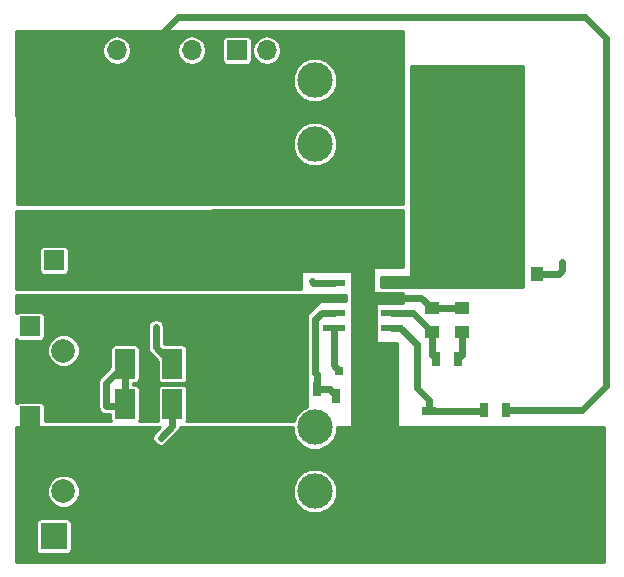
<source format=gbr>
G04 #@! TF.FileFunction,Copper,L1,Top,Signal*
%FSLAX46Y46*%
G04 Gerber Fmt 4.6, Leading zero omitted, Abs format (unit mm)*
G04 Created by KiCad (PCBNEW 4.0.7) date 01/05/18 16:25:35*
%MOMM*%
%LPD*%
G01*
G04 APERTURE LIST*
%ADD10C,0.100000*%
%ADD11C,0.508000*%
%ADD12R,1.000000X1.250000*%
%ADD13R,2.500000X1.000000*%
%ADD14R,1.250000X1.000000*%
%ADD15R,0.800000X0.750000*%
%ADD16R,1.700000X1.700000*%
%ADD17O,1.700000X1.700000*%
%ADD18R,0.700000X1.300000*%
%ADD19R,1.300000X0.700000*%
%ADD20R,1.981200X0.558800*%
%ADD21R,2.705100X8.001000*%
%ADD22R,2.235200X2.235200*%
%ADD23C,2.000000*%
%ADD24C,3.000000*%
%ADD25R,1.700000X2.500000*%
%ADD26R,1.340000X1.800000*%
%ADD27C,0.381000*%
%ADD28C,0.609600*%
%ADD29C,0.254000*%
G04 APERTURE END LIST*
D10*
D11*
X72900000Y-86100000D03*
X72900000Y-81000000D03*
X95758000Y-77216000D03*
X94742000Y-78486000D03*
X96774000Y-78486000D03*
X96774000Y-75946000D03*
X94742000Y-75946000D03*
X94742000Y-67056000D03*
X93726000Y-67056000D03*
X96774000Y-73406000D03*
X95758000Y-73406000D03*
X94742000Y-73406000D03*
X94742000Y-72136000D03*
X94742000Y-70866000D03*
X94742000Y-69596000D03*
X93726000Y-73406000D03*
X93726000Y-72136000D03*
X93726000Y-70866000D03*
X93726000Y-69596000D03*
X94742000Y-68326000D03*
X93726000Y-68326000D03*
X113538000Y-91186000D03*
X110998000Y-91186000D03*
X108458000Y-91186000D03*
X105918000Y-91186000D03*
X103378000Y-91186000D03*
X100838000Y-91186000D03*
X98298000Y-91186000D03*
X95758000Y-91186000D03*
X93218000Y-91186000D03*
X90678000Y-91186000D03*
X88138000Y-91186000D03*
X85598000Y-91186000D03*
X83058000Y-91186000D03*
X80518000Y-91186000D03*
X77978000Y-91186000D03*
X75438000Y-91186000D03*
X72898000Y-91186000D03*
X70358000Y-91186000D03*
X67818000Y-91186000D03*
X65278000Y-91186000D03*
X113538000Y-88646000D03*
X110998000Y-88646000D03*
X108458000Y-88646000D03*
X105918000Y-88646000D03*
X103378000Y-88646000D03*
X100838000Y-88646000D03*
X98298000Y-88646000D03*
X95758000Y-88646000D03*
X93218000Y-88646000D03*
X90678000Y-88646000D03*
X88138000Y-88646000D03*
X85598000Y-88646000D03*
X83058000Y-88646000D03*
X80518000Y-88646000D03*
X77978000Y-88646000D03*
X75438000Y-88646000D03*
X72898000Y-88646000D03*
X70358000Y-88646000D03*
X65278000Y-88646000D03*
X113538000Y-86106000D03*
X110998000Y-86106000D03*
X108458000Y-86106000D03*
X105918000Y-86106000D03*
X103378000Y-86106000D03*
X100838000Y-86106000D03*
X98298000Y-86106000D03*
X95758000Y-86106000D03*
X93218000Y-86106000D03*
X85598000Y-86106000D03*
X83058000Y-86106000D03*
X80518000Y-86106000D03*
X77978000Y-86106000D03*
X75438000Y-86106000D03*
X65278000Y-86106000D03*
X113538000Y-83566000D03*
X110998000Y-83566000D03*
X108458000Y-83566000D03*
X105918000Y-83566000D03*
X103378000Y-83566000D03*
X100838000Y-83566000D03*
X98298000Y-83566000D03*
X95758000Y-83566000D03*
X93218000Y-83566000D03*
X88138000Y-83566000D03*
X85598000Y-83566000D03*
X83058000Y-83566000D03*
X80518000Y-83566000D03*
X77978000Y-83566000D03*
X75438000Y-83566000D03*
X72898000Y-83566000D03*
X70358000Y-83566000D03*
X67818000Y-83566000D03*
X65278000Y-83566000D03*
X113538000Y-81026000D03*
X110998000Y-81026000D03*
X108458000Y-81026000D03*
X105918000Y-81026000D03*
X103378000Y-81026000D03*
X98298000Y-81026000D03*
X95758000Y-81026000D03*
X93218000Y-81026000D03*
X88138000Y-81026000D03*
X85598000Y-81026000D03*
X83058000Y-81026000D03*
X80518000Y-81026000D03*
X70358000Y-81026000D03*
X67818000Y-81026000D03*
X65278000Y-81026000D03*
X88138000Y-67310000D03*
X77978000Y-67310000D03*
X75438000Y-67310000D03*
X70358000Y-67310000D03*
X65278000Y-67310000D03*
X88138000Y-64770000D03*
X85598000Y-64770000D03*
X83058000Y-64770000D03*
X80518000Y-64770000D03*
X77978000Y-64770000D03*
X75438000Y-64770000D03*
X72898000Y-64770000D03*
X70358000Y-64770000D03*
X65278000Y-64770000D03*
X93218000Y-62230000D03*
X90678000Y-62230000D03*
X88138000Y-62230000D03*
X85598000Y-62230000D03*
X83058000Y-62230000D03*
X80518000Y-62230000D03*
X77978000Y-62230000D03*
X75438000Y-62230000D03*
X72898000Y-62230000D03*
X70358000Y-62230000D03*
X67818000Y-62230000D03*
D12*
X106950000Y-67200000D03*
X108950000Y-67200000D03*
D13*
X80772000Y-70080000D03*
X80772000Y-67080000D03*
X84328000Y-70080000D03*
X84328000Y-67080000D03*
D14*
X84074000Y-60722000D03*
X84074000Y-62722000D03*
X100076000Y-72120000D03*
X100076000Y-70120000D03*
X102616000Y-72120000D03*
X102616000Y-70120000D03*
D15*
X92214000Y-75387200D03*
X93714000Y-75387200D03*
D16*
X68072000Y-66040000D03*
D17*
X68072000Y-63500000D03*
D16*
X83566000Y-48260000D03*
D17*
X86106000Y-48260000D03*
D18*
X88458000Y-76962000D03*
X90358000Y-76962000D03*
X91950000Y-77500000D03*
X93850000Y-77500000D03*
X106360000Y-78740000D03*
X104460000Y-78740000D03*
X100396000Y-74422000D03*
X102296000Y-74422000D03*
D19*
X99822000Y-78806000D03*
X99822000Y-80706000D03*
D16*
X66040000Y-71628000D03*
D17*
X66040000Y-74168000D03*
D16*
X77216000Y-48260000D03*
D17*
X79756000Y-48260000D03*
D16*
X70866000Y-48260000D03*
D17*
X73406000Y-48260000D03*
D16*
X66040000Y-79248000D03*
D17*
X66040000Y-76708000D03*
D11*
X65278000Y-62230000D03*
D20*
X91770200Y-67945000D03*
X91770200Y-69215000D03*
X91770200Y-70485000D03*
X91770200Y-71755000D03*
X96697800Y-71755000D03*
X96697800Y-70485000D03*
X96697800Y-69215000D03*
X96697800Y-67945000D03*
D21*
X100654300Y-57200000D03*
X95345700Y-57200000D03*
D22*
X68072000Y-89408000D03*
D23*
X68880000Y-73690000D03*
D24*
X90170000Y-85600000D03*
X90170000Y-50800000D03*
D23*
X68880000Y-85600000D03*
D24*
X90170000Y-80200000D03*
X90170000Y-56200000D03*
D25*
X74100000Y-78200000D03*
X78100000Y-78200000D03*
X74100000Y-74800000D03*
X78100000Y-74800000D03*
D26*
X99430000Y-65100000D03*
X96570000Y-65100000D03*
D27*
X77100000Y-81050000D03*
X111100000Y-66200000D03*
X89916000Y-67818000D03*
X72500000Y-78400000D03*
X76700000Y-71700000D03*
D28*
X100076000Y-70120000D02*
X102600000Y-70120000D01*
X102600000Y-70120000D02*
X102616000Y-70136000D01*
X96697800Y-69215000D02*
X99171000Y-69215000D01*
X99171000Y-69215000D02*
X100076000Y-70120000D01*
X78100000Y-78200000D02*
X78100000Y-80050000D01*
X78100000Y-80050000D02*
X77100000Y-81050000D01*
X68880000Y-85600000D02*
X68582000Y-85600000D01*
X111100000Y-66900000D02*
X110800000Y-67200000D01*
X110800000Y-67200000D02*
X108950000Y-67200000D01*
X111100000Y-66200000D02*
X111100000Y-66900000D01*
X91770200Y-67945000D02*
X90043000Y-67945000D01*
X90043000Y-67945000D02*
X89916000Y-67818000D01*
X66040000Y-74168000D02*
X66040000Y-76962000D01*
X106360000Y-78740000D02*
X112776000Y-78740000D01*
X114808000Y-47244000D02*
X113030000Y-45466000D01*
X112776000Y-78740000D02*
X114808000Y-76708000D01*
X114808000Y-76708000D02*
X114808000Y-47244000D01*
X113030000Y-45466000D02*
X78550400Y-45466000D01*
X78550400Y-45466000D02*
X77216000Y-46800400D01*
X77216000Y-46800400D02*
X77216000Y-48260000D01*
X96697800Y-70485000D02*
X98441000Y-70485000D01*
X98441000Y-70485000D02*
X100076000Y-72120000D01*
X100076000Y-72120000D02*
X100076000Y-74102000D01*
X100076000Y-74102000D02*
X100396000Y-74422000D01*
X102616000Y-72120000D02*
X102616000Y-74102000D01*
X102616000Y-74102000D02*
X102296000Y-74422000D01*
X91770200Y-71755000D02*
X91770200Y-74943400D01*
X91770200Y-74943400D02*
X92214000Y-75387200D01*
X72500000Y-78400000D02*
X72500000Y-76400000D01*
X72500000Y-76400000D02*
X74100000Y-74800000D01*
X72500000Y-78400000D02*
X73900000Y-78400000D01*
X73900000Y-78400000D02*
X74100000Y-78200000D01*
X74100000Y-74800000D02*
X74100000Y-78200000D01*
X76700000Y-71700000D02*
X76700000Y-73400000D01*
X76700000Y-73400000D02*
X78100000Y-74800000D01*
X90358000Y-76962000D02*
X91412000Y-76962000D01*
X91412000Y-76962000D02*
X91950000Y-77500000D01*
X91770200Y-70485000D02*
X90764358Y-70485000D01*
X90764358Y-70485000D02*
X90220799Y-71028559D01*
X90220799Y-71028559D02*
X90220799Y-75565199D01*
X90220799Y-75565199D02*
X90358000Y-75702400D01*
X90358000Y-75702400D02*
X90358000Y-76962000D01*
X90358000Y-76962000D02*
X90358000Y-77185600D01*
X90358000Y-76662000D02*
X90358000Y-76962000D01*
X99822000Y-78806000D02*
X104394000Y-78806000D01*
X104394000Y-78806000D02*
X104460000Y-78740000D01*
X98806000Y-73152000D02*
X98806000Y-76830400D01*
X98806000Y-76830400D02*
X99822000Y-77846400D01*
X99822000Y-77846400D02*
X99822000Y-78806000D01*
X96697800Y-71755000D02*
X97409000Y-71755000D01*
X97409000Y-71755000D02*
X98806000Y-73152000D01*
D29*
G36*
X97673000Y-46626931D02*
X97673000Y-61273000D01*
X64926745Y-61273000D01*
X64917293Y-56572513D01*
X88288674Y-56572513D01*
X88574436Y-57264109D01*
X89103108Y-57793704D01*
X89794204Y-58080673D01*
X90542513Y-58081326D01*
X91234109Y-57795564D01*
X91763704Y-57266892D01*
X92050673Y-56575796D01*
X92051326Y-55827487D01*
X91765564Y-55135891D01*
X91236892Y-54606296D01*
X90545796Y-54319327D01*
X89797487Y-54318674D01*
X89105891Y-54604436D01*
X88576296Y-55133108D01*
X88289327Y-55824204D01*
X88288674Y-56572513D01*
X64917293Y-56572513D01*
X64906434Y-51172513D01*
X88288674Y-51172513D01*
X88574436Y-51864109D01*
X89103108Y-52393704D01*
X89794204Y-52680673D01*
X90542513Y-52681326D01*
X91234109Y-52395564D01*
X91763704Y-51866892D01*
X92050673Y-51175796D01*
X92051326Y-50427487D01*
X91765564Y-49735891D01*
X91236892Y-49206296D01*
X90545796Y-48919327D01*
X89797487Y-48918674D01*
X89105891Y-49204436D01*
X88576296Y-49733108D01*
X88289327Y-50424204D01*
X88288674Y-51172513D01*
X64906434Y-51172513D01*
X64900528Y-48235883D01*
X72175000Y-48235883D01*
X72175000Y-48284117D01*
X72268704Y-48755200D01*
X72535552Y-49154565D01*
X72934917Y-49421413D01*
X73406000Y-49515117D01*
X73877083Y-49421413D01*
X74276448Y-49154565D01*
X74543296Y-48755200D01*
X74637000Y-48284117D01*
X74637000Y-48235883D01*
X78525000Y-48235883D01*
X78525000Y-48284117D01*
X78618704Y-48755200D01*
X78885552Y-49154565D01*
X79284917Y-49421413D01*
X79756000Y-49515117D01*
X80227083Y-49421413D01*
X80626448Y-49154565D01*
X80893296Y-48755200D01*
X80987000Y-48284117D01*
X80987000Y-48235883D01*
X80893296Y-47764800D01*
X80656226Y-47410000D01*
X82327536Y-47410000D01*
X82327536Y-49110000D01*
X82354103Y-49251190D01*
X82437546Y-49380865D01*
X82564866Y-49467859D01*
X82716000Y-49498464D01*
X84416000Y-49498464D01*
X84557190Y-49471897D01*
X84686865Y-49388454D01*
X84773859Y-49261134D01*
X84804464Y-49110000D01*
X84804464Y-48235883D01*
X84875000Y-48235883D01*
X84875000Y-48284117D01*
X84968704Y-48755200D01*
X85235552Y-49154565D01*
X85634917Y-49421413D01*
X86106000Y-49515117D01*
X86577083Y-49421413D01*
X86976448Y-49154565D01*
X87243296Y-48755200D01*
X87337000Y-48284117D01*
X87337000Y-48235883D01*
X87243296Y-47764800D01*
X86976448Y-47365435D01*
X86577083Y-47098587D01*
X86106000Y-47004883D01*
X85634917Y-47098587D01*
X85235552Y-47365435D01*
X84968704Y-47764800D01*
X84875000Y-48235883D01*
X84804464Y-48235883D01*
X84804464Y-47410000D01*
X84777897Y-47268810D01*
X84694454Y-47139135D01*
X84567134Y-47052141D01*
X84416000Y-47021536D01*
X82716000Y-47021536D01*
X82574810Y-47048103D01*
X82445135Y-47131546D01*
X82358141Y-47258866D01*
X82327536Y-47410000D01*
X80656226Y-47410000D01*
X80626448Y-47365435D01*
X80227083Y-47098587D01*
X79756000Y-47004883D01*
X79284917Y-47098587D01*
X78885552Y-47365435D01*
X78618704Y-47764800D01*
X78525000Y-48235883D01*
X74637000Y-48235883D01*
X74543296Y-47764800D01*
X74276448Y-47365435D01*
X73877083Y-47098587D01*
X73406000Y-47004883D01*
X72934917Y-47098587D01*
X72535552Y-47365435D01*
X72268704Y-47764800D01*
X72175000Y-48235883D01*
X64900528Y-48235883D01*
X64897256Y-46609069D01*
X97673000Y-46626931D01*
X97673000Y-46626931D01*
G37*
X97673000Y-46626931D02*
X97673000Y-61273000D01*
X64926745Y-61273000D01*
X64917293Y-56572513D01*
X88288674Y-56572513D01*
X88574436Y-57264109D01*
X89103108Y-57793704D01*
X89794204Y-58080673D01*
X90542513Y-58081326D01*
X91234109Y-57795564D01*
X91763704Y-57266892D01*
X92050673Y-56575796D01*
X92051326Y-55827487D01*
X91765564Y-55135891D01*
X91236892Y-54606296D01*
X90545796Y-54319327D01*
X89797487Y-54318674D01*
X89105891Y-54604436D01*
X88576296Y-55133108D01*
X88289327Y-55824204D01*
X88288674Y-56572513D01*
X64917293Y-56572513D01*
X64906434Y-51172513D01*
X88288674Y-51172513D01*
X88574436Y-51864109D01*
X89103108Y-52393704D01*
X89794204Y-52680673D01*
X90542513Y-52681326D01*
X91234109Y-52395564D01*
X91763704Y-51866892D01*
X92050673Y-51175796D01*
X92051326Y-50427487D01*
X91765564Y-49735891D01*
X91236892Y-49206296D01*
X90545796Y-48919327D01*
X89797487Y-48918674D01*
X89105891Y-49204436D01*
X88576296Y-49733108D01*
X88289327Y-50424204D01*
X88288674Y-51172513D01*
X64906434Y-51172513D01*
X64900528Y-48235883D01*
X72175000Y-48235883D01*
X72175000Y-48284117D01*
X72268704Y-48755200D01*
X72535552Y-49154565D01*
X72934917Y-49421413D01*
X73406000Y-49515117D01*
X73877083Y-49421413D01*
X74276448Y-49154565D01*
X74543296Y-48755200D01*
X74637000Y-48284117D01*
X74637000Y-48235883D01*
X78525000Y-48235883D01*
X78525000Y-48284117D01*
X78618704Y-48755200D01*
X78885552Y-49154565D01*
X79284917Y-49421413D01*
X79756000Y-49515117D01*
X80227083Y-49421413D01*
X80626448Y-49154565D01*
X80893296Y-48755200D01*
X80987000Y-48284117D01*
X80987000Y-48235883D01*
X80893296Y-47764800D01*
X80656226Y-47410000D01*
X82327536Y-47410000D01*
X82327536Y-49110000D01*
X82354103Y-49251190D01*
X82437546Y-49380865D01*
X82564866Y-49467859D01*
X82716000Y-49498464D01*
X84416000Y-49498464D01*
X84557190Y-49471897D01*
X84686865Y-49388454D01*
X84773859Y-49261134D01*
X84804464Y-49110000D01*
X84804464Y-48235883D01*
X84875000Y-48235883D01*
X84875000Y-48284117D01*
X84968704Y-48755200D01*
X85235552Y-49154565D01*
X85634917Y-49421413D01*
X86106000Y-49515117D01*
X86577083Y-49421413D01*
X86976448Y-49154565D01*
X87243296Y-48755200D01*
X87337000Y-48284117D01*
X87337000Y-48235883D01*
X87243296Y-47764800D01*
X86976448Y-47365435D01*
X86577083Y-47098587D01*
X86106000Y-47004883D01*
X85634917Y-47098587D01*
X85235552Y-47365435D01*
X84968704Y-47764800D01*
X84875000Y-48235883D01*
X84804464Y-48235883D01*
X84804464Y-47410000D01*
X84777897Y-47268810D01*
X84694454Y-47139135D01*
X84567134Y-47052141D01*
X84416000Y-47021536D01*
X82716000Y-47021536D01*
X82574810Y-47048103D01*
X82445135Y-47131546D01*
X82358141Y-47258866D01*
X82327536Y-47410000D01*
X80656226Y-47410000D01*
X80626448Y-47365435D01*
X80227083Y-47098587D01*
X79756000Y-47004883D01*
X79284917Y-47098587D01*
X78885552Y-47365435D01*
X78618704Y-47764800D01*
X78525000Y-48235883D01*
X74637000Y-48235883D01*
X74543296Y-47764800D01*
X74276448Y-47365435D01*
X73877083Y-47098587D01*
X73406000Y-47004883D01*
X72934917Y-47098587D01*
X72535552Y-47365435D01*
X72268704Y-47764800D01*
X72175000Y-48235883D01*
X64900528Y-48235883D01*
X64897256Y-46609069D01*
X97673000Y-46626931D01*
G36*
X107773000Y-68273000D02*
X95727000Y-68273000D01*
X95727000Y-67427000D01*
X98200000Y-67427000D01*
X98249410Y-67416994D01*
X98291035Y-67388553D01*
X98318315Y-67346159D01*
X98327000Y-67300000D01*
X98327000Y-49627000D01*
X107773000Y-49627000D01*
X107773000Y-68273000D01*
X107773000Y-68273000D01*
G37*
X107773000Y-68273000D02*
X95727000Y-68273000D01*
X95727000Y-67427000D01*
X98200000Y-67427000D01*
X98249410Y-67416994D01*
X98291035Y-67388553D01*
X98318315Y-67346159D01*
X98327000Y-67300000D01*
X98327000Y-49627000D01*
X107773000Y-49627000D01*
X107773000Y-68273000D01*
G36*
X97673000Y-66573000D02*
X95200000Y-66573000D01*
X95150590Y-66583006D01*
X95108965Y-66611447D01*
X95081685Y-66653841D01*
X95073000Y-66700000D01*
X95073000Y-68700000D01*
X95083006Y-68749410D01*
X95111447Y-68791035D01*
X95153841Y-68818315D01*
X95200000Y-68827000D01*
X97673000Y-68827000D01*
X97673000Y-69672778D01*
X95504221Y-69669000D01*
X95454794Y-69678920D01*
X95413120Y-69707288D01*
X95385766Y-69749635D01*
X95377000Y-69796000D01*
X95377000Y-70013986D01*
X95349341Y-70054466D01*
X95318736Y-70205600D01*
X95318736Y-70764400D01*
X95345303Y-70905590D01*
X95377000Y-70954849D01*
X95377000Y-71283986D01*
X95349341Y-71324466D01*
X95318736Y-71475600D01*
X95318736Y-72034400D01*
X95345303Y-72175590D01*
X95377000Y-72224849D01*
X95377000Y-72898000D01*
X95387006Y-72947410D01*
X95415447Y-72989035D01*
X95457841Y-73016315D01*
X95504000Y-73025000D01*
X97155000Y-73025000D01*
X97155000Y-80010000D01*
X97165006Y-80059410D01*
X97193447Y-80101035D01*
X97235841Y-80128315D01*
X97282000Y-80137000D01*
X114681000Y-80137000D01*
X114681000Y-91567000D01*
X64897000Y-91567000D01*
X64897000Y-88290400D01*
X66565936Y-88290400D01*
X66565936Y-90525600D01*
X66592503Y-90666790D01*
X66675946Y-90796465D01*
X66803266Y-90883459D01*
X66954400Y-90914064D01*
X69189600Y-90914064D01*
X69330790Y-90887497D01*
X69460465Y-90804054D01*
X69547459Y-90676734D01*
X69578064Y-90525600D01*
X69578064Y-88290400D01*
X69551497Y-88149210D01*
X69468054Y-88019535D01*
X69340734Y-87932541D01*
X69189600Y-87901936D01*
X66954400Y-87901936D01*
X66813210Y-87928503D01*
X66683535Y-88011946D01*
X66596541Y-88139266D01*
X66565936Y-88290400D01*
X64897000Y-88290400D01*
X64897000Y-85873493D01*
X67498761Y-85873493D01*
X67708563Y-86381251D01*
X68096705Y-86770072D01*
X68604097Y-86980759D01*
X69153493Y-86981239D01*
X69661251Y-86771437D01*
X70050072Y-86383295D01*
X70220643Y-85972513D01*
X88288674Y-85972513D01*
X88574436Y-86664109D01*
X89103108Y-87193704D01*
X89794204Y-87480673D01*
X90542513Y-87481326D01*
X91234109Y-87195564D01*
X91763704Y-86666892D01*
X92050673Y-85975796D01*
X92051326Y-85227487D01*
X91765564Y-84535891D01*
X91236892Y-84006296D01*
X90545796Y-83719327D01*
X89797487Y-83718674D01*
X89105891Y-84004436D01*
X88576296Y-84533108D01*
X88289327Y-85224204D01*
X88288674Y-85972513D01*
X70220643Y-85972513D01*
X70260759Y-85875903D01*
X70261239Y-85326507D01*
X70051437Y-84818749D01*
X69663295Y-84429928D01*
X69155903Y-84219241D01*
X68606507Y-84218761D01*
X68098749Y-84428563D01*
X67709928Y-84816705D01*
X67499241Y-85324097D01*
X67498761Y-85873493D01*
X64897000Y-85873493D01*
X64897000Y-80137000D01*
X77043132Y-80137000D01*
X76615066Y-80565066D01*
X76466403Y-80787555D01*
X76414200Y-81050000D01*
X76466403Y-81312445D01*
X76615066Y-81534934D01*
X76837555Y-81683597D01*
X77100000Y-81735800D01*
X77362445Y-81683597D01*
X77584934Y-81534934D01*
X78584934Y-80534934D01*
X78733597Y-80312444D01*
X78768495Y-80137000D01*
X88289054Y-80137000D01*
X88288674Y-80572513D01*
X88574436Y-81264109D01*
X89103108Y-81793704D01*
X89794204Y-82080673D01*
X90542513Y-82081326D01*
X91234109Y-81795564D01*
X91763704Y-81266892D01*
X92050673Y-80575796D01*
X92051056Y-80137000D01*
X93218000Y-80137000D01*
X93267410Y-80126994D01*
X93309035Y-80098553D01*
X93336315Y-80056159D01*
X93345000Y-80010000D01*
X93345000Y-67056000D01*
X93334994Y-67006590D01*
X93306553Y-66964965D01*
X93264159Y-66937685D01*
X93218000Y-66929000D01*
X89154000Y-66929000D01*
X89104590Y-66939006D01*
X89062965Y-66967447D01*
X89035685Y-67009841D01*
X89027000Y-67056000D01*
X89027000Y-68453000D01*
X64897000Y-68453000D01*
X64897000Y-65190000D01*
X66833536Y-65190000D01*
X66833536Y-66890000D01*
X66860103Y-67031190D01*
X66943546Y-67160865D01*
X67070866Y-67247859D01*
X67222000Y-67278464D01*
X68922000Y-67278464D01*
X69063190Y-67251897D01*
X69192865Y-67168454D01*
X69279859Y-67041134D01*
X69310464Y-66890000D01*
X69310464Y-65190000D01*
X69283897Y-65048810D01*
X69200454Y-64919135D01*
X69073134Y-64832141D01*
X68922000Y-64801536D01*
X67222000Y-64801536D01*
X67080810Y-64828103D01*
X66951135Y-64911546D01*
X66864141Y-65038866D01*
X66833536Y-65190000D01*
X64897000Y-65190000D01*
X64897000Y-61848915D01*
X97673000Y-61827085D01*
X97673000Y-66573000D01*
X97673000Y-66573000D01*
G37*
X97673000Y-66573000D02*
X95200000Y-66573000D01*
X95150590Y-66583006D01*
X95108965Y-66611447D01*
X95081685Y-66653841D01*
X95073000Y-66700000D01*
X95073000Y-68700000D01*
X95083006Y-68749410D01*
X95111447Y-68791035D01*
X95153841Y-68818315D01*
X95200000Y-68827000D01*
X97673000Y-68827000D01*
X97673000Y-69672778D01*
X95504221Y-69669000D01*
X95454794Y-69678920D01*
X95413120Y-69707288D01*
X95385766Y-69749635D01*
X95377000Y-69796000D01*
X95377000Y-70013986D01*
X95349341Y-70054466D01*
X95318736Y-70205600D01*
X95318736Y-70764400D01*
X95345303Y-70905590D01*
X95377000Y-70954849D01*
X95377000Y-71283986D01*
X95349341Y-71324466D01*
X95318736Y-71475600D01*
X95318736Y-72034400D01*
X95345303Y-72175590D01*
X95377000Y-72224849D01*
X95377000Y-72898000D01*
X95387006Y-72947410D01*
X95415447Y-72989035D01*
X95457841Y-73016315D01*
X95504000Y-73025000D01*
X97155000Y-73025000D01*
X97155000Y-80010000D01*
X97165006Y-80059410D01*
X97193447Y-80101035D01*
X97235841Y-80128315D01*
X97282000Y-80137000D01*
X114681000Y-80137000D01*
X114681000Y-91567000D01*
X64897000Y-91567000D01*
X64897000Y-88290400D01*
X66565936Y-88290400D01*
X66565936Y-90525600D01*
X66592503Y-90666790D01*
X66675946Y-90796465D01*
X66803266Y-90883459D01*
X66954400Y-90914064D01*
X69189600Y-90914064D01*
X69330790Y-90887497D01*
X69460465Y-90804054D01*
X69547459Y-90676734D01*
X69578064Y-90525600D01*
X69578064Y-88290400D01*
X69551497Y-88149210D01*
X69468054Y-88019535D01*
X69340734Y-87932541D01*
X69189600Y-87901936D01*
X66954400Y-87901936D01*
X66813210Y-87928503D01*
X66683535Y-88011946D01*
X66596541Y-88139266D01*
X66565936Y-88290400D01*
X64897000Y-88290400D01*
X64897000Y-85873493D01*
X67498761Y-85873493D01*
X67708563Y-86381251D01*
X68096705Y-86770072D01*
X68604097Y-86980759D01*
X69153493Y-86981239D01*
X69661251Y-86771437D01*
X70050072Y-86383295D01*
X70220643Y-85972513D01*
X88288674Y-85972513D01*
X88574436Y-86664109D01*
X89103108Y-87193704D01*
X89794204Y-87480673D01*
X90542513Y-87481326D01*
X91234109Y-87195564D01*
X91763704Y-86666892D01*
X92050673Y-85975796D01*
X92051326Y-85227487D01*
X91765564Y-84535891D01*
X91236892Y-84006296D01*
X90545796Y-83719327D01*
X89797487Y-83718674D01*
X89105891Y-84004436D01*
X88576296Y-84533108D01*
X88289327Y-85224204D01*
X88288674Y-85972513D01*
X70220643Y-85972513D01*
X70260759Y-85875903D01*
X70261239Y-85326507D01*
X70051437Y-84818749D01*
X69663295Y-84429928D01*
X69155903Y-84219241D01*
X68606507Y-84218761D01*
X68098749Y-84428563D01*
X67709928Y-84816705D01*
X67499241Y-85324097D01*
X67498761Y-85873493D01*
X64897000Y-85873493D01*
X64897000Y-80137000D01*
X77043132Y-80137000D01*
X76615066Y-80565066D01*
X76466403Y-80787555D01*
X76414200Y-81050000D01*
X76466403Y-81312445D01*
X76615066Y-81534934D01*
X76837555Y-81683597D01*
X77100000Y-81735800D01*
X77362445Y-81683597D01*
X77584934Y-81534934D01*
X78584934Y-80534934D01*
X78733597Y-80312444D01*
X78768495Y-80137000D01*
X88289054Y-80137000D01*
X88288674Y-80572513D01*
X88574436Y-81264109D01*
X89103108Y-81793704D01*
X89794204Y-82080673D01*
X90542513Y-82081326D01*
X91234109Y-81795564D01*
X91763704Y-81266892D01*
X92050673Y-80575796D01*
X92051056Y-80137000D01*
X93218000Y-80137000D01*
X93267410Y-80126994D01*
X93309035Y-80098553D01*
X93336315Y-80056159D01*
X93345000Y-80010000D01*
X93345000Y-67056000D01*
X93334994Y-67006590D01*
X93306553Y-66964965D01*
X93264159Y-66937685D01*
X93218000Y-66929000D01*
X89154000Y-66929000D01*
X89104590Y-66939006D01*
X89062965Y-66967447D01*
X89035685Y-67009841D01*
X89027000Y-67056000D01*
X89027000Y-68453000D01*
X64897000Y-68453000D01*
X64897000Y-65190000D01*
X66833536Y-65190000D01*
X66833536Y-66890000D01*
X66860103Y-67031190D01*
X66943546Y-67160865D01*
X67070866Y-67247859D01*
X67222000Y-67278464D01*
X68922000Y-67278464D01*
X69063190Y-67251897D01*
X69192865Y-67168454D01*
X69279859Y-67041134D01*
X69310464Y-66890000D01*
X69310464Y-65190000D01*
X69283897Y-65048810D01*
X69200454Y-64919135D01*
X69073134Y-64832141D01*
X68922000Y-64801536D01*
X67222000Y-64801536D01*
X67080810Y-64828103D01*
X66951135Y-64911546D01*
X66864141Y-65038866D01*
X66833536Y-65190000D01*
X64897000Y-65190000D01*
X64897000Y-61848915D01*
X97673000Y-61827085D01*
X97673000Y-66573000D01*
G36*
X92837000Y-69469000D02*
X90678000Y-69469000D01*
X90628590Y-69479006D01*
X90588197Y-69506197D01*
X89572197Y-70522197D01*
X89544334Y-70564211D01*
X89535000Y-70612000D01*
X89535000Y-71028554D01*
X89534999Y-71028559D01*
X89534999Y-75565199D01*
X89535000Y-75565204D01*
X89535000Y-78427132D01*
X89105891Y-78604436D01*
X88576296Y-79133108D01*
X88370383Y-79629000D01*
X79288819Y-79629000D01*
X79307859Y-79601134D01*
X79338464Y-79450000D01*
X79338464Y-76950000D01*
X79311897Y-76808810D01*
X79228454Y-76679135D01*
X79101134Y-76592141D01*
X78950000Y-76561536D01*
X77250000Y-76561536D01*
X77108810Y-76588103D01*
X76979135Y-76671546D01*
X76892141Y-76798866D01*
X76861536Y-76950000D01*
X76861536Y-79450000D01*
X76888103Y-79591190D01*
X76912433Y-79629000D01*
X75288819Y-79629000D01*
X75307859Y-79601134D01*
X75338464Y-79450000D01*
X75338464Y-76950000D01*
X75311897Y-76808810D01*
X75228454Y-76679135D01*
X75101134Y-76592141D01*
X74950000Y-76561536D01*
X74785800Y-76561536D01*
X74785800Y-76438464D01*
X74950000Y-76438464D01*
X75091190Y-76411897D01*
X75220865Y-76328454D01*
X75307859Y-76201134D01*
X75338464Y-76050000D01*
X75338464Y-73550000D01*
X75311897Y-73408810D01*
X75228454Y-73279135D01*
X75101134Y-73192141D01*
X74950000Y-73161536D01*
X73250000Y-73161536D01*
X73108810Y-73188103D01*
X72979135Y-73271546D01*
X72892141Y-73398866D01*
X72861536Y-73550000D01*
X72861536Y-75068596D01*
X72015066Y-75915066D01*
X71866403Y-76137555D01*
X71843838Y-76250999D01*
X71814200Y-76400000D01*
X71814200Y-78400000D01*
X71866403Y-78662444D01*
X72015066Y-78884934D01*
X72237556Y-79033597D01*
X72500000Y-79085800D01*
X72861536Y-79085800D01*
X72861536Y-79450000D01*
X72888103Y-79591190D01*
X72912433Y-79629000D01*
X67278464Y-79629000D01*
X67278464Y-78398000D01*
X67251897Y-78256810D01*
X67168454Y-78127135D01*
X67041134Y-78040141D01*
X66890000Y-78009536D01*
X65190000Y-78009536D01*
X65048810Y-78036103D01*
X64919135Y-78119546D01*
X64897000Y-78151942D01*
X64897000Y-73963493D01*
X67498761Y-73963493D01*
X67708563Y-74471251D01*
X68096705Y-74860072D01*
X68604097Y-75070759D01*
X69153493Y-75071239D01*
X69661251Y-74861437D01*
X70050072Y-74473295D01*
X70260759Y-73965903D01*
X70261239Y-73416507D01*
X70051437Y-72908749D01*
X69663295Y-72519928D01*
X69155903Y-72309241D01*
X68606507Y-72308761D01*
X68098749Y-72518563D01*
X67709928Y-72906705D01*
X67499241Y-73414097D01*
X67498761Y-73963493D01*
X64897000Y-73963493D01*
X64897000Y-72726260D01*
X64911546Y-72748865D01*
X65038866Y-72835859D01*
X65190000Y-72866464D01*
X66890000Y-72866464D01*
X67031190Y-72839897D01*
X67160865Y-72756454D01*
X67247859Y-72629134D01*
X67278464Y-72478000D01*
X67278464Y-71700000D01*
X76014200Y-71700000D01*
X76014200Y-73400000D01*
X76066403Y-73662445D01*
X76215066Y-73884934D01*
X76861536Y-74531404D01*
X76861536Y-76050000D01*
X76888103Y-76191190D01*
X76971546Y-76320865D01*
X77098866Y-76407859D01*
X77250000Y-76438464D01*
X78950000Y-76438464D01*
X79091190Y-76411897D01*
X79220865Y-76328454D01*
X79307859Y-76201134D01*
X79338464Y-76050000D01*
X79338464Y-73550000D01*
X79311897Y-73408810D01*
X79228454Y-73279135D01*
X79101134Y-73192141D01*
X78950000Y-73161536D01*
X77431404Y-73161536D01*
X77385800Y-73115932D01*
X77385800Y-71700000D01*
X77333597Y-71437556D01*
X77184934Y-71215066D01*
X76962444Y-71066403D01*
X76700000Y-71014200D01*
X76437556Y-71066403D01*
X76215066Y-71215066D01*
X76066403Y-71437556D01*
X76014200Y-71700000D01*
X67278464Y-71700000D01*
X67278464Y-70778000D01*
X67251897Y-70636810D01*
X67168454Y-70507135D01*
X67041134Y-70420141D01*
X66890000Y-70389536D01*
X65190000Y-70389536D01*
X65048810Y-70416103D01*
X64919135Y-70499546D01*
X64897000Y-70531942D01*
X64897000Y-68961000D01*
X92837000Y-68961000D01*
X92837000Y-69469000D01*
X92837000Y-69469000D01*
G37*
X92837000Y-69469000D02*
X90678000Y-69469000D01*
X90628590Y-69479006D01*
X90588197Y-69506197D01*
X89572197Y-70522197D01*
X89544334Y-70564211D01*
X89535000Y-70612000D01*
X89535000Y-71028554D01*
X89534999Y-71028559D01*
X89534999Y-75565199D01*
X89535000Y-75565204D01*
X89535000Y-78427132D01*
X89105891Y-78604436D01*
X88576296Y-79133108D01*
X88370383Y-79629000D01*
X79288819Y-79629000D01*
X79307859Y-79601134D01*
X79338464Y-79450000D01*
X79338464Y-76950000D01*
X79311897Y-76808810D01*
X79228454Y-76679135D01*
X79101134Y-76592141D01*
X78950000Y-76561536D01*
X77250000Y-76561536D01*
X77108810Y-76588103D01*
X76979135Y-76671546D01*
X76892141Y-76798866D01*
X76861536Y-76950000D01*
X76861536Y-79450000D01*
X76888103Y-79591190D01*
X76912433Y-79629000D01*
X75288819Y-79629000D01*
X75307859Y-79601134D01*
X75338464Y-79450000D01*
X75338464Y-76950000D01*
X75311897Y-76808810D01*
X75228454Y-76679135D01*
X75101134Y-76592141D01*
X74950000Y-76561536D01*
X74785800Y-76561536D01*
X74785800Y-76438464D01*
X74950000Y-76438464D01*
X75091190Y-76411897D01*
X75220865Y-76328454D01*
X75307859Y-76201134D01*
X75338464Y-76050000D01*
X75338464Y-73550000D01*
X75311897Y-73408810D01*
X75228454Y-73279135D01*
X75101134Y-73192141D01*
X74950000Y-73161536D01*
X73250000Y-73161536D01*
X73108810Y-73188103D01*
X72979135Y-73271546D01*
X72892141Y-73398866D01*
X72861536Y-73550000D01*
X72861536Y-75068596D01*
X72015066Y-75915066D01*
X71866403Y-76137555D01*
X71843838Y-76250999D01*
X71814200Y-76400000D01*
X71814200Y-78400000D01*
X71866403Y-78662444D01*
X72015066Y-78884934D01*
X72237556Y-79033597D01*
X72500000Y-79085800D01*
X72861536Y-79085800D01*
X72861536Y-79450000D01*
X72888103Y-79591190D01*
X72912433Y-79629000D01*
X67278464Y-79629000D01*
X67278464Y-78398000D01*
X67251897Y-78256810D01*
X67168454Y-78127135D01*
X67041134Y-78040141D01*
X66890000Y-78009536D01*
X65190000Y-78009536D01*
X65048810Y-78036103D01*
X64919135Y-78119546D01*
X64897000Y-78151942D01*
X64897000Y-73963493D01*
X67498761Y-73963493D01*
X67708563Y-74471251D01*
X68096705Y-74860072D01*
X68604097Y-75070759D01*
X69153493Y-75071239D01*
X69661251Y-74861437D01*
X70050072Y-74473295D01*
X70260759Y-73965903D01*
X70261239Y-73416507D01*
X70051437Y-72908749D01*
X69663295Y-72519928D01*
X69155903Y-72309241D01*
X68606507Y-72308761D01*
X68098749Y-72518563D01*
X67709928Y-72906705D01*
X67499241Y-73414097D01*
X67498761Y-73963493D01*
X64897000Y-73963493D01*
X64897000Y-72726260D01*
X64911546Y-72748865D01*
X65038866Y-72835859D01*
X65190000Y-72866464D01*
X66890000Y-72866464D01*
X67031190Y-72839897D01*
X67160865Y-72756454D01*
X67247859Y-72629134D01*
X67278464Y-72478000D01*
X67278464Y-71700000D01*
X76014200Y-71700000D01*
X76014200Y-73400000D01*
X76066403Y-73662445D01*
X76215066Y-73884934D01*
X76861536Y-74531404D01*
X76861536Y-76050000D01*
X76888103Y-76191190D01*
X76971546Y-76320865D01*
X77098866Y-76407859D01*
X77250000Y-76438464D01*
X78950000Y-76438464D01*
X79091190Y-76411897D01*
X79220865Y-76328454D01*
X79307859Y-76201134D01*
X79338464Y-76050000D01*
X79338464Y-73550000D01*
X79311897Y-73408810D01*
X79228454Y-73279135D01*
X79101134Y-73192141D01*
X78950000Y-73161536D01*
X77431404Y-73161536D01*
X77385800Y-73115932D01*
X77385800Y-71700000D01*
X77333597Y-71437556D01*
X77184934Y-71215066D01*
X76962444Y-71066403D01*
X76700000Y-71014200D01*
X76437556Y-71066403D01*
X76215066Y-71215066D01*
X76066403Y-71437556D01*
X76014200Y-71700000D01*
X67278464Y-71700000D01*
X67278464Y-70778000D01*
X67251897Y-70636810D01*
X67168454Y-70507135D01*
X67041134Y-70420141D01*
X66890000Y-70389536D01*
X65190000Y-70389536D01*
X65048810Y-70416103D01*
X64919135Y-70499546D01*
X64897000Y-70531942D01*
X64897000Y-68961000D01*
X92837000Y-68961000D01*
X92837000Y-69469000D01*
M02*

</source>
